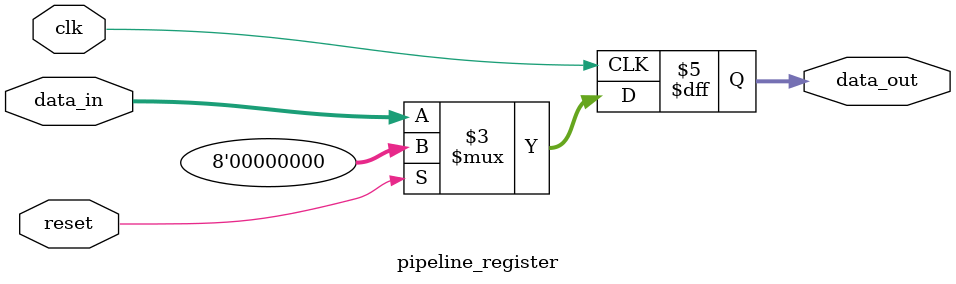
<source format=v>

module pipeline_register #(
    parameter width = 8 // width of the data signal
)(
  input wire clk,
  input wire reset,
  input [width-1:0] data_in,
  output reg [width-1:0] data_out
);


always @(posedge clk) begin
    if (reset) begin
        data_out <= 0;
    end else begin
        data_out <= data_in;
    end
end

endmodule

</source>
